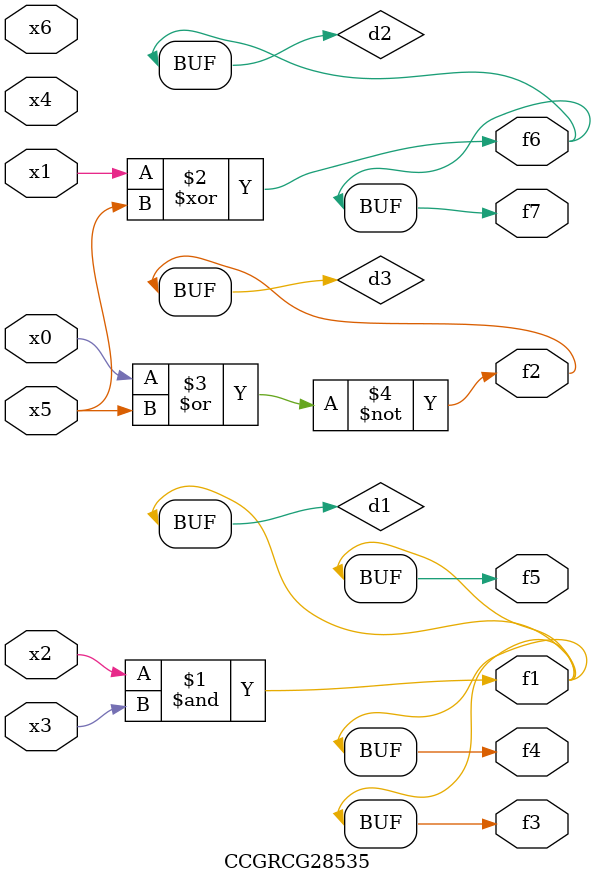
<source format=v>
module CCGRCG28535(
	input x0, x1, x2, x3, x4, x5, x6,
	output f1, f2, f3, f4, f5, f6, f7
);

	wire d1, d2, d3;

	and (d1, x2, x3);
	xor (d2, x1, x5);
	nor (d3, x0, x5);
	assign f1 = d1;
	assign f2 = d3;
	assign f3 = d1;
	assign f4 = d1;
	assign f5 = d1;
	assign f6 = d2;
	assign f7 = d2;
endmodule

</source>
